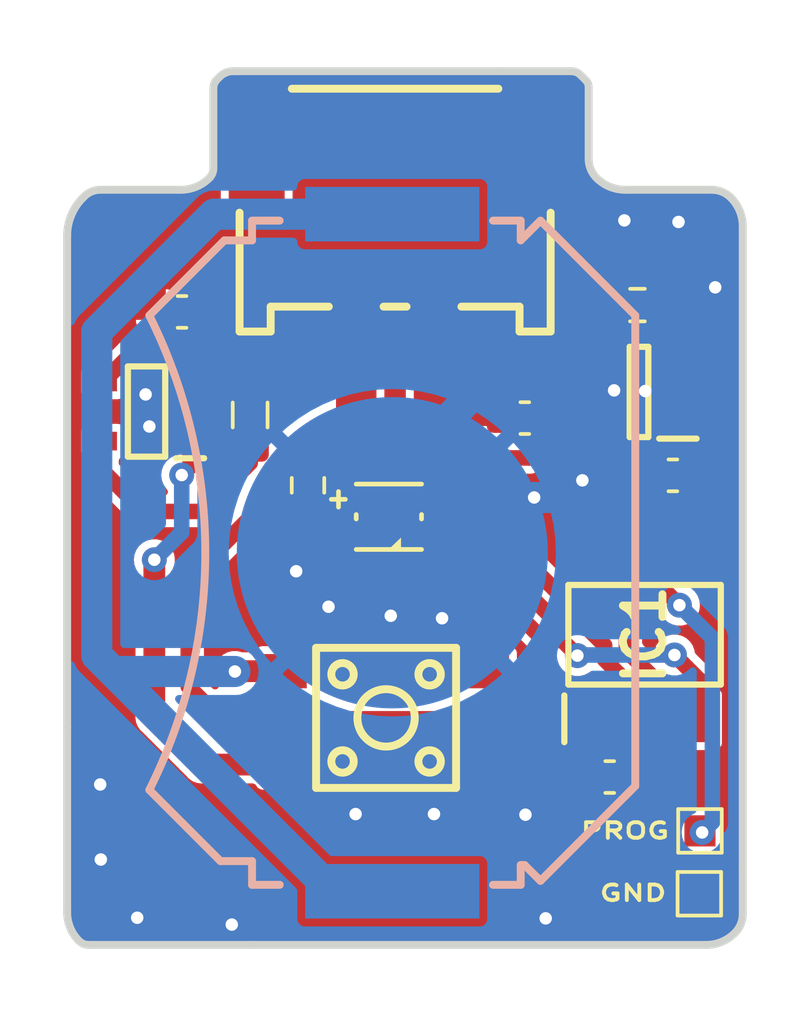
<source format=kicad_pcb>
(kicad_pcb (version 20221018) (generator pcbnew)
  (layers (0 "F.Cu" signal) (31 "B.Cu" signal) (34 "B.Paste" user) (35 "F.Paste" user) (36 "B.SilkS" user "B.Silkscreen") (37 "F.SilkS" user "F.Silkscreen") (38 "B.Mask" user) (39 "F.Mask" user) (44 "Edge.Cuts" user))
  (net 0 "")
  (net 1 "+5V")
  (net 2 "GND")
  (net 3 "REF")
  (net 5 "REF_OUT")
  (net 6 "R")
  (net 7 "B")
  (net 8 "G")
  (net 9 "Net-(IC1-PA0{slash}~{RESET}{slash}UPDI)")
  (net 10 "Net-(IC3-CE)")
  (net 11 "Net-(IC3-LX)")
  (net 12 "Net-(U1-1)")
  (net 13 "Net-(D1-Pad3)")
  (footprint "Resistor_SMD:R_0603_1608Metric" (layer "F.Cu") (at 163.56 84.51)
    (fp_text reference "R1" hide)
    (fp_text value "10")
    (fp_line (start -0.237258 -0.5225) (end 0.237258 -0.5225) (stroke (width 0.12)) (layer "F.SilkS"))
    (fp_line (start -0.237258 0.5225) (end 0.237258 0.5225) (stroke (width 0.12)) (layer "F.SilkS"))
    (pad "1" smd roundrect (at -0.825 0) (size 0.8 0.95) (layers "F.Cu" "F.Paste" "F.Mask") (net 2 "GND"))
    (pad "2" smd roundrect (at 0.825 0) (size 0.8 0.95) (layers "F.Cu" "F.Paste" "F.Mask") (net 3 "REF"))
  )
  (footprint "Library:SW-SMD_4P-L4.5-W4.5-P3.00-LS6.8" (layer "F.Cu") (at 155.48 97.77)
    (fp_text reference "SW1" hide)
    (fp_text value "SW_Push" hide)
    (fp_line (start -2.250008 -2.250135) (end 2.250008 -2.250135) (stroke (width 0.254)) (layer "F.SilkS"))
    (fp_line (start -2.250008 2.249881) (end -2.250008 -2.250135) (stroke (width 0.254)) (layer "F.SilkS"))
    (fp_line (start 2.250008 -2.250135) (end 2.250008 2.249881) (stroke (width 0.254)) (layer "F.SilkS"))
    (fp_line (start 2.250008 2.249881) (end -2.250008 2.249881) (stroke (width 0.254)) (layer "F.SilkS"))
    (fp_circle (center -1.400048 -1.400048) (end -1.400048 -1.039368) (stroke (width 0.254)) (fill none) (layer "F.SilkS"))
    (fp_circle (center -1.400048 1.400048) (end -1.400048 1.760728) (stroke (width 0.254)) (fill none) (layer "F.SilkS"))
    (fp_circle (center 0 0) (end 0 0.92202) (stroke (width 0.254)) (fill none) (layer "F.SilkS"))
    (fp_circle (center 1.400048 -1.400048) (end 1.400048 -1.039368) (stroke (width 0.254)) (fill none) (layer "F.SilkS"))
    (fp_circle (center 1.400048 1.400048) (end 1.400048 1.760728) (stroke (width 0.254)) (fill none) (layer "F.SilkS"))
    (pad "1" smd rect (at -3.24993 -1.49987) (size 1.399997 1.099998) (layers "F.Cu" "F.Paste" "F.Mask") (net 12 "Net-(U1-1)"))
    (pad "1" smd rect (at 3.24993 -1.49987) (size 1.399997 1.099998) (layers "F.Cu" "F.Paste" "F.Mask") (net 12 "Net-(U1-1)"))
    (pad "2" smd rect (at -3.24993 1.500124) (size 1.399997 1.099998) (layers "F.Cu" "F.Paste" "F.Mask") (net 10 "Net-(IC3-CE)"))
    (pad "2" smd rect (at 3.24993 1.500124) (size 1.399997 1.099998) (layers "F.Cu" "F.Paste" "F.Mask") (net 10 "Net-(IC3-CE)"))
  )
  (footprint "TestPoint:TestPoint_Pad_1.0x1.0mm" (layer "F.Cu") (at 165.55 103.42 90)
    (fp_text reference "U4" hide)
    (fp_text value "~")
    (fp_line (start -0.7 -0.7) (end 0.7 -0.7) (stroke (width 0.12)) (layer "F.SilkS"))
    (fp_line (start -0.7 0.7) (end -0.7 -0.7) (stroke (width 0.12)) (layer "F.SilkS"))
    (fp_line (start 0.7 -0.7) (end 0.7 0.7) (stroke (width 0.12)) (layer "F.SilkS"))
    (fp_line (start 0.7 0.7) (end -0.7 0.7) (stroke (width 0.12)) (layer "F.SilkS"))
    (pad "1" smd rect (at 0 0 90) (size 1 1) (layers "F.Cu" "F.Mask") (net 2 "GND"))
  )
  (footprint "Inductor_SMD:L_0805_2012Metric" (layer "F.Cu") (at 151.11 88.04 90)
    (fp_text reference "L1" hide)
    (fp_text value "4.7u")
    (fp_line (start -0.399622 -0.56) (end 0.399622 -0.56) (stroke (width 0.12)) (layer "F.SilkS"))
    (fp_line (start -0.399622 0.56) (end 0.399622 0.56) (stroke (width 0.12)) (layer "F.SilkS"))
    (pad "1" smd roundrect (at -1.0625 0 90) (size 0.875 1.2) (layers "F.Cu" "F.Paste" "F.Mask") (net 11 "Net-(IC3-LX)"))
    (pad "2" smd roundrect (at 1.0625 0 90) (size 0.875 1.2) (layers "F.Cu" "F.Paste" "F.Mask") (net 10 "Net-(IC3-CE)"))
  )
  (footprint "Resistor_SMD:R_0603_1608Metric" (layer "F.Cu") (at 152.97 90.3 90)
    (fp_text reference "R2" hide)
    (fp_text value "1k")
    (fp_line (start -0.237258 -0.5225) (end 0.237258 -0.5225) (stroke (width 0.12)) (layer "F.SilkS"))
    (fp_line (start -0.237258 0.5225) (end 0.237258 0.5225) (stroke (width 0.12)) (layer "F.SilkS"))
    (pad "1" smd roundrect (at -0.825 0 90) (size 0.8 0.95) (layers "F.Cu" "F.Paste" "F.Mask") (net 13 "Net-(D1-Pad3)"))
    (pad "2" smd roundrect (at 0.825 0 90) (size 0.8 0.95) (layers "F.Cu" "F.Paste" "F.Mask") (net 1 "+5V"))
  )
  (footprint "SamacSys_Parts:SOT95P280X145-5N" (layer "F.Cu") (at 163.61 87.3 180)
    (fp_text reference "IC2" hide)
    (fp_text value "INA180A4IDBVR" hide)
    (fp_line (start -1.85 -1.5) (end -0.65 -1.5) (stroke (width 0.2)) (layer "F.SilkS"))
    (fp_line (start -0.3 -1.45) (end 0.3 -1.45) (stroke (width 0.2)) (layer "F.SilkS"))
    (fp_line (start -0.3 1.45) (end -0.3 -1.45) (stroke (width 0.2)) (layer "F.SilkS"))
    (fp_line (start 0.3 -1.45) (end 0.3 1.45) (stroke (width 0.2)) (layer "F.SilkS"))
    (fp_line (start 0.3 1.45) (end -0.3 1.45) (stroke (width 0.2)) (layer "F.SilkS"))
    (pad "1" smd rect (at -1.25 -0.95 270) (size 0.6 1.2) (layers "F.Cu" "F.Paste" "F.Mask") (net 5 "REF_OUT"))
    (pad "2" smd rect (at -1.25 0 270) (size 0.6 1.2) (layers "F.Cu" "F.Paste" "F.Mask") (net 2 "GND"))
    (pad "3" smd rect (at -1.25 0.95 270) (size 0.6 1.2) (layers "F.Cu" "F.Paste" "F.Mask") (net 3 "REF"))
    (pad "4" smd rect (at 1.25 0.95 270) (size 0.6 1.2) (layers "F.Cu" "F.Paste" "F.Mask") (net 2 "GND"))
    (pad "5" smd rect (at 1.25 -0.95 270) (size 0.6 1.2) (layers "F.Cu" "F.Paste" "F.Mask") (net 1 "+5V"))
  )
  (footprint "Capacitor_SMD:C_0603_1608Metric" (layer "F.Cu") (at 159.94 88.14 180)
    (fp_text reference "C1" hide)
    (fp_text value "100n")
    (fp_line (start -0.14058 -0.51) (end 0.14058 -0.51) (stroke (width 0.12)) (layer "F.SilkS"))
    (fp_line (start -0.14058 0.51) (end 0.14058 0.51) (stroke (width 0.12)) (layer "F.SilkS"))
    (pad "1" smd roundrect (at -0.775 0 180) (size 0.9 0.95) (layers "F.Cu" "F.Paste" "F.Mask") (net 1 "+5V"))
    (pad "2" smd roundrect (at 0.775 0 180) (size 0.9 0.95) (layers "F.Cu" "F.Paste" "F.Mask") (net 2 "GND"))
  )
  (footprint "Library:LED-ARRAY-SMD_4P-L2.1-W2.1-TL_NH-B2020RGBA" (layer "F.Cu") (at 155.57 91.31 180)
    (fp_text reference "D1" hide)
    (fp_text value "NH-B2020RGBA-HF" hide)
    (fp_line (start -1.049985 -1.049985) (end 1.050011 -1.049985) (stroke (width 0.150012)) (layer "F.SilkS"))
    (fp_line (start -1.049985 -0.070891) (end -1.050011 0.070891) (stroke (width 0.150012)) (layer "F.SilkS"))
    (fp_line (start -1.049985 1.049985) (end 1.050011 1.049985) (stroke (width 0.150012)) (layer "F.SilkS"))
    (fp_line (start 1.049985 -0.070891) (end 1.050011 0.070891) (stroke (width 0.150012)) (layer "F.SilkS"))
    (fp_line (start 1.399972 0.559968) (end 1.849933 0.559968) (stroke (width 0.150012)) (layer "F.SilkS"))
    (fp_line (start 1.619987 0.310007) (end 1.619987 0.810006) (stroke (width 0.150012)) (layer "F.SilkS"))
    (fp_poly (pts (xy -0.389992 -0.667512) (xy -0.389966 -0.99248) (xy -0.049962 -0.99248)) (fill solid) (layer "F.SilkS"))
    (pad "1" smd rect (at -0.849884 -0.54991 180) (size 0.799998 0.699999) (layers "F.Cu" "F.Paste" "F.Mask") (net 6 "R"))
    (pad "2" smd rect (at 0.850138 -0.54991 180) (size 0.799998 0.699999) (layers "F.Cu" "F.Paste" "F.Mask") (net 7 "B"))
    (pad "3" smd rect (at 0.850138 0.54991 180) (size 0.799998 0.699999) (layers "F.Cu" "F.Paste" "F.Mask") (net 13 "Net-(D1-Pad3)"))
    (pad "4" smd rect (at -0.849884 0.54991 180) (size 0.799998 0.699999) (layers "F.Cu" "F.Paste" "F.Mask") (net 8 "G"))
  )
  (footprint "Capacitor_SMD:C_0603_1608Metric" (layer "F.Cu") (at 148.92 84.73)
    (fp_text reference "C2" hide)
    (fp_text value "100n")
    (fp_line (start -0.14058 -0.51) (end 0.14058 -0.51) (stroke (width 0.12)) (layer "F.SilkS"))
    (fp_line (start -0.14058 0.51) (end 0.14058 0.51) (stroke (width 0.12)) (layer "F.SilkS"))
    (pad "1" smd roundrect (at -0.775 0) (size 0.9 0.95) (layers "F.Cu" "F.Paste" "F.Mask") (net 2 "GND"))
    (pad "2" smd roundrect (at 0.775 0) (size 0.9 0.95) (layers "F.Cu" "F.Paste" "F.Mask") (net 1 "+5V"))
  )
  (footprint "SamacSys_Parts:SOIC127P600X175-8N" (layer "F.Cu") (at 163.79 95.1 90)
    (fp_text reference "IC1" (at 0 0 90) (layer "F.SilkS") (effects (font (size 1.27 1.27) (thickness 0.254))))
    (fp_text value "ATTINY202-SSFR" hide)
    (fp_line (start -3.45 -2.58) (end -1.95 -2.58) (stroke (width 0.2)) (layer "F.SilkS"))
    (fp_line (start -1.6 -2.45) (end 1.6 -2.45) (stroke (width 0.2)) (layer "F.SilkS"))
    (fp_line (start -1.6 2.45) (end -1.6 -2.45) (stroke (width 0.2)) (layer "F.SilkS"))
    (fp_line (start 1.6 -2.45) (end 1.6 2.45) (stroke (width 0.2)) (layer "F.SilkS"))
    (fp_line (start 1.6 2.45) (end -1.6 2.45) (stroke (width 0.2)) (layer "F.SilkS"))
    (pad "1" smd rect (at -2.7 -1.905 180) (size 0.65 1.5) (layers "F.Cu" "F.Paste" "F.Mask") (net 1 "+5V"))
    (pad "2" smd rect (at -2.7 -0.635 180) (size 0.65 1.5) (layers "F.Cu" "F.Paste" "F.Mask") (net 6 "R"))
    (pad "3" smd rect (at -2.7 0.635 180) (size 0.65 1.5) (layers "F.Cu" "F.Paste" "F.Mask") (net 8 "G"))
    (pad "4" smd rect (at -2.7 1.905 180) (size 0.65 1.5) (layers "F.Cu" "F.Paste" "F.Mask") (net 7 "B"))
    (pad "5" smd rect (at 2.7 1.905 180) (size 0.65 1.5) (layers "F.Cu" "F.Paste" "F.Mask") (net 5 "REF_OUT"))
    (pad "6" smd rect (at 2.7 0.635 180) (size 0.65 1.5) (layers "F.Cu" "F.Paste" "F.Mask") (net 9 "Net-(IC1-PA0{slash}~{RESET}{slash}UPDI)"))
    (pad "7" smd rect (at 2.7 -0.635 180) (size 0.65 1.5) (layers "F.Cu" "F.Paste" "F.Mask"))
    (pad "8" smd rect (at 2.7 -1.905 180) (size 0.65 1.5) (layers "F.Cu" "F.Paste" "F.Mask") (net 2 "GND"))
  )
  (footprint "Library:CONN-SMD_2P-P2.50-A2501-WF-02A" (layer "F.Cu") (at 155.77 82.76)
    (fp_text reference "J1" hide)
    (fp_text value "HCZZ0021-2" hide)
    (fp_line (start -4.99999 2.599969) (end -4.99999 -1.21887) (stroke (width 0.254)) (layer "F.SilkS"))
    (fp_line (start -3.999992 1.799971) (end -3.999992 2.599969) (stroke (width 0.254)) (layer "F.SilkS"))
    (fp_line (start -3.999992 2.599969) (end -4.99999 2.599969) (stroke (width 0.254)) (layer "F.SilkS"))
    (fp_line (start -3.318866 -5.20004) (end 3.318866 -5.20004) (stroke (width 0.254)) (layer "F.SilkS"))
    (fp_line (start -2.131162 1.799971) (end -3.999992 1.799971) (stroke (width 0.254)) (layer "F.SilkS"))
    (fp_line (start 0.368833 1.799971) (end -0.368884 1.799971) (stroke (width 0.254)) (layer "F.SilkS"))
    (fp_line (start 3.999992 1.799971) (end 2.131111 1.799971) (stroke (width 0.254)) (layer "F.SilkS"))
    (fp_line (start 3.999992 2.599969) (end 3.999992 1.799971) (stroke (width 0.254)) (layer "F.SilkS"))
    (fp_line (start 5.000015 -1.21887) (end 5.000015 2.599969) (stroke (width 0.254)) (layer "F.SilkS"))
    (fp_line (start 5.000015 2.599969) (end 3.999992 2.599969) (stroke (width 0.254)) (layer "F.SilkS"))
    (pad "1" smd rect (at -1.249934 3.400044) (size 1.299997 4.499991) (layers "F.Cu" "F.Paste" "F.Mask") (net 1 "+5V"))
    (pad "2" smd rect (at 1.249934 3.400044) (size 1.299997 4.499991) (layers "F.Cu" "F.Paste" "F.Mask") (net 3 "REF"))
    (pad "3" smd rect (at -4.45008 -3.400044) (size 1.799996 3.899992) (layers "F.Cu" "F.Paste" "F.Mask") (net 2 "GND"))
    (pad "4" smd rect (at 4.45008 -3.400044) (size 1.799996 3.899992) (layers "F.Cu" "F.Paste" "F.Mask") (net 2 "GND"))
  )
  (footprint "SamacSys_Parts:SOT95P280X130-5N" (layer "F.Cu") (at 147.78 87.93 180)
    (fp_text reference "IC3" hide)
    (fp_text value "XC9140A501MR-G" hide)
    (fp_line (start -1.85 -1.5) (end -0.95 -1.5) (stroke (width 0.2)) (layer "F.SilkS"))
    (fp_line (start -0.6 -1.45) (end 0.6 -1.45) (stroke (width 0.2)) (layer "F.SilkS"))
    (fp_line (start -0.6 1.45) (end -0.6 -1.45) (stroke (width 0.2)) (layer "F.SilkS"))
    (fp_line (start 0.6 -1.45) (end 0.6 1.45) (stroke (width 0.2)) (layer "F.SilkS"))
    (fp_line (start 0.6 1.45) (end -0.6 1.45) (stroke (width 0.2)) (layer "F.SilkS"))
    (pad "1" smd rect (at -1.4 -0.95 270) (size 0.6 0.9) (layers "F.Cu" "F.Paste" "F.Mask") (net 10 "Net-(IC3-CE)"))
    (pad "2" smd rect (at -1.4 0 270) (size 0.6 0.9) (layers "F.Cu" "F.Paste" "F.Mask") (net 2 "GND"))
    (pad "3" smd rect (at -1.4 0.95 270) (size 0.6 0.9) (layers "F.Cu" "F.Paste" "F.Mask") (net 10 "Net-(IC3-CE)"))
    (pad "4" smd rect (at 1.4 0.95 270) (size 0.6 0.9) (layers "F.Cu" "F.Paste" "F.Mask") (net 1 "+5V"))
    (pad "5" smd rect (at 1.4 -0.95 270) (size 0.6 0.9) (layers "F.Cu" "F.Paste" "F.Mask") (net 11 "Net-(IC3-LX)"))
  )
  (footprint "Capacitor_SMD:C_0603_1608Metric" (layer "F.Cu") (at 164.7 89.98 180)
    (fp_text reference "C3" hide)
    (fp_text value "4.7u")
    (fp_line (start -0.14058 -0.51) (end 0.14058 -0.51) (stroke (width 0.12)) (layer "F.SilkS"))
    (fp_line (start -0.14058 0.51) (end 0.14058 0.51) (stroke (width 0.12)) (layer "F.SilkS"))
    (pad "1" smd roundrect (at -0.775 0 180) (size 0.9 0.95) (layers "F.Cu" "F.Paste" "F.Mask") (net 5 "REF_OUT"))
    (pad "2" smd roundrect (at 0.775 0 180) (size 0.9 0.95) (layers "F.Cu" "F.Paste" "F.Mask") (net 2 "GND"))
  )
  (footprint "TestPoint:TestPoint_Pad_1.0x1.0mm" (layer "F.Cu") (at 165.57 101.4)
    (fp_text reference "U2" hide)
    (fp_text value "~")
    (fp_line (start -0.7 -0.7) (end 0.7 -0.7) (stroke (width 0.12)) (layer "F.SilkS"))
    (fp_line (start -0.7 0.7) (end -0.7 -0.7) (stroke (width 0.12)) (layer "F.SilkS"))
    (fp_line (start 0.7 -0.7) (end 0.7 0.7) (stroke (width 0.12)) (layer "F.SilkS"))
    (fp_line (start 0.7 0.7) (end -0.7 0.7) (stroke (width 0.12)) (layer "F.SilkS"))
    (pad "1" smd rect (at 0 0) (size 1 1) (layers "F.Cu" "F.Mask") (net 9 "Net-(IC1-PA0{slash}~{RESET}{slash}UPDI)"))
  )
  (footprint "Capacitor_SMD:C_0603_1608Metric" (layer "F.Cu") (at 162.67 99.67)
    (fp_text reference "C4" hide)
    (fp_text value "100n")
    (fp_line (start -0.14058 -0.51) (end 0.14058 -0.51) (stroke (width 0.12)) (layer "F.SilkS"))
    (fp_line (start -0.14058 0.51) (end 0.14058 0.51) (stroke (width 0.12)) (layer "F.SilkS"))
    (pad "1" smd roundrect (at -0.775 0) (size 0.9 0.95) (layers "F.Cu" "F.Paste" "F.Mask") (net 1 "+5V"))
    (pad "2" smd roundrect (at 0.775 0) (size 0.9 0.95) (layers "F.Cu" "F.Paste" "F.Mask") (net 2 "GND"))
  )
  (footprint "Library:BAT-SMD_MY-2032-08" (layer "B.Cu") (at 155.68 92.46499)
    (fp_text reference "U1" hide)
    (fp_text value "MY-2032-08" hide)
    (fp_line (start -5.5245 9.905975) (end -7.8105 7.619975) (stroke (width 0.254)) (layer "B.SilkS"))
    (fp_line (start -5.3975 -10.033025) (end -7.8105 -7.620025) (stroke (width 0.254)) (layer "B.SilkS"))
    (fp_line (start -4.5085 -10.668025) (end -4.5085 -10.033025) (stroke (width 0.254)) (layer "B.SilkS"))
    (fp_line (start -4.5085 -10.033025) (end -5.3975 -10.033025) (stroke (width 0.254)) (layer "B.SilkS"))
    (fp_line (start -4.5085 9.905975) (end -5.5245 9.905975) (stroke (width 0.254)) (layer "B.SilkS"))
    (fp_line (start -4.5085 10.667975) (end -4.5085 9.905975) (stroke (width 0.254)) (layer "B.SilkS"))
    (fp_line (start -3.621608 -10.668025) (end -4.5085 -10.668025) (stroke (width 0.254)) (layer "B.SilkS"))
    (fp_line (start -3.6195 10.667975) (end -4.5085 10.667975) (stroke (width 0.254)) (layer "B.SilkS"))
    (fp_line (start 3.2385 -10.668025) (end 4.1275 -10.668025) (stroke (width 0.254)) (layer "B.SilkS"))
    (fp_line (start 3.2385 10.667975) (end 4.1275 10.667975) (stroke (width 0.254)) (layer "B.SilkS"))
    (fp_line (start 4.1275 -10.668025) (end 4.1275 -10.033025) (stroke (width 0.254)) (layer "B.SilkS"))
    (fp_line (start 4.1275 -10.033025) (end 4.7625 -10.668025) (stroke (width 0.254)) (layer "B.SilkS"))
    (fp_line (start 4.1275 10.032975) (end 4.2545 10.032975) (stroke (width 0.254)) (layer "B.SilkS"))
    (fp_line (start 4.1275 10.667975) (end 4.1275 10.032975) (stroke (width 0.254)) (layer "B.SilkS"))
    (fp_line (start 4.2545 10.032975) (end 4.7625 10.540975) (stroke (width 0.254)) (layer "B.SilkS"))
    (fp_line (start 4.7625 -10.668025) (end 7.8105 -7.620025) (stroke (width 0.254)) (layer "B.SilkS"))
    (fp_line (start 4.7625 10.540975) (end 7.6835 7.619975) (stroke (width 0.254)) (layer "B.SilkS"))
    (fp_line (start 7.576591 7.726883) (end 7.8105 7.492975) (stroke (width 0.254)) (layer "B.SilkS"))
    (fp_line (start 7.8105 -7.620025) (end 7.8105 7.492975) (stroke (width 0.254)) (layer "B.SilkS"))
    (fp_arc (start -7.8105 -7.620025) (mid -6.011661 -0.000025) (end -7.8105 7.619975) (stroke (width 0.254)) (layer "B.SilkS"))
    (pad "1" smd rect (at 0 -10.87501 270) (size 1.750009 5.599989) (layers "B.Cu" "B.Paste" "B.Mask") (net 12 "Net-(U1-1)"))
    (pad "1" smd rect (at 0 10.87501 270) (size 1.750009 5.599989) (layers "B.Cu" "B.Paste" "B.Mask") (net 12 "Net-(U1-1)"))
    (pad "2" smd circle (at 0 0 270) (size 10.000005 10.000005) (layers "B.Cu" "B.Paste" "B.Mask") (net 2 "GND"))
  )
  (gr_arc (start 165.950793 80.806) (mid 166.282658 80.872013) (end 166.564 81.06) (stroke (width 0.254)) (layer "Edge.Cuts"))
  (gr_arc (start 161.902186 77.287186) (mid 161.968658 77.38666) (end 161.992 77.504) (stroke (width 0.254)) (layer "Edge.Cuts"))
  (gr_line (start 148.88019 80.806) (end 148.784 80.806) (stroke (width 0.254)) (layer "Edge.Cuts"))
  (gr_line (start 148.784 80.806) (end 146.498 80.806) (stroke (width 0.254)) (layer "Edge.Cuts"))
  (gr_line (start 149.927 79.155) (end 149.927 79.79) (stroke (width 0.254)) (layer "Edge.Cuts"))
  (gr_line (start 161.902186 77.287186) (end 161.738 77.123) (stroke (width 0.254)) (layer "Edge.Cuts"))
  (gr_line (start 161.431397 76.996) (end 159.198 76.996) (stroke (width 0.254)) (layer "Edge.Cuts"))
  (gr_line (start 145.228 82.286414) (end 145.228 98.078) (stroke (width 0.254)) (layer "Edge.Cuts"))
  (gr_line (start 161.992 79.811793) (end 161.992 77.504) (stroke (width 0.254)) (layer "Edge.Cuts"))
  (gr_line (start 166.945 104.068793) (end 166.945 102.523) (stroke (width 0.254)) (layer "Edge.Cuts"))
  (gr_arc (start 162.246 80.425) (mid 162.058013 80.143658) (end 161.992 79.811793) (stroke (width 0.254)) (layer "Edge.Cuts"))
  (gr_line (start 145.915603 105.063) (end 151.07 105.063) (stroke (width 0.254)) (layer "Edge.Cuts"))
  (gr_arc (start 161.431397 76.996) (mid 161.597329 77.029006) (end 161.738 77.123) (stroke (width 0.254)) (layer "Edge.Cuts"))
  (gr_line (start 146.498 80.806) (end 146.296603 80.806) (stroke (width 0.254)) (layer "Edge.Cuts"))
  (gr_arc (start 166.945 104.068793) (mid 166.878987 104.400658) (end 166.691 104.682) (stroke (width 0.254)) (layer "Edge.Cuts"))
  (gr_line (start 159.198 76.996) (end 150.689 76.996) (stroke (width 0.254)) (layer "Edge.Cuts"))
  (gr_line (start 149.927 79.79) (end 149.927 79.917) (stroke (width 0.254)) (layer "Edge.Cuts"))
  (gr_arc (start 145.773211 81.022789) (mid 146.013347 80.862341) (end 146.296604 80.806) (stroke (width 0.254)) (layer "Edge.Cuts"))
  (gr_arc (start 166.691 104.682) (mid 166.268988 104.963981) (end 165.77119 105.063) (stroke (width 0.254)) (layer "Edge.Cuts"))
  (gr_arc (start 145.228 82.286414) (mid 145.360026 81.622683) (end 145.736 81.06) (stroke (width 0.254)) (layer "Edge.Cuts"))
  (gr_line (start 163.262 80.806) (end 163.16581 80.806) (stroke (width 0.254)) (layer "Edge.Cuts"))
  (gr_line (start 145.773211 81.022789) (end 145.736 81.06) (stroke (width 0.254)) (layer "Edge.Cuts"))
  (gr_arc (start 166.564 81.06) (mid 166.845981 81.482012) (end 166.945 81.97981) (stroke (width 0.254)) (layer "Edge.Cuts"))
  (gr_arc (start 145.609 104.936) (mid 145.327019 104.513988) (end 145.228 104.01619) (stroke (width 0.254)) (layer "Edge.Cuts"))
  (gr_arc (start 150.128397 77.175603) (mid 150.327336 77.042677) (end 150.562001 76.996) (stroke (width 0.254)) (layer "Edge.Cuts"))
  (gr_arc (start 149.8 80.425) (mid 149.377988 80.706981) (end 148.88019 80.806) (stroke (width 0.254)) (layer "Edge.Cuts"))
  (gr_line (start 145.228 98.078) (end 145.228 104.01619) (stroke (width 0.254)) (layer "Edge.Cuts"))
  (gr_line (start 151.07 105.063) (end 165.77119 105.063) (stroke (width 0.254)) (layer "Edge.Cuts"))
  (gr_line (start 150.128397 77.175603) (end 150.054 77.25) (stroke (width 0.254)) (layer "Edge.Cuts"))
  (gr_line (start 149.927 79.917) (end 149.927 80.118397) (stroke (width 0.254)) (layer "Edge.Cuts"))
  (gr_arc (start 163.16581 80.806) (mid 162.668012 80.706981) (end 162.246 80.425) (stroke (width 0.254)) (layer "Edge.Cuts"))
  (gr_line (start 166.945 102.523) (end 166.945 81.97981) (stroke (width 0.254)) (layer "Edge.Cuts"))
  (gr_arc (start 149.927 77.556603) (mid 149.960006 77.390671) (end 150.054 77.25) (stroke (width 0.254)) (layer "Edge.Cuts"))
  (gr_line (start 150.689 76.996) (end 150.562 76.996) (stroke (width 0.254)) (layer "Edge.Cuts"))
  (gr_arc (start 149.927 80.118397) (mid 149.893994 80.284329) (end 149.8 80.425) (stroke (width 0.254)) (layer "Edge.Cuts"))
  (gr_arc (start 145.915603 105.063) (mid 145.749671 105.029994) (end 145.609 104.936) (stroke (width 0.254)) (layer "Edge.Cuts"))
  (gr_line (start 149.927 77.556603) (end 149.927 79.155) (stroke (width 0.254)) (layer "Edge.Cuts"))
  (gr_line (start 165.950793 80.806) (end 163.262 80.806) (stroke (width 0.254)) (layer "Edge.Cuts"))
  (gr_text "PROG" (at 161.66 101.69) (layer "F.SilkS") (effects (font (size 0.5 0.7) (thickness 0.125) bold) (justify left bottom)))
  (gr_text "GND" (at 162.27 103.69) (layer "F.SilkS") (effects (font (size 0.5 0.7) (thickness 0.125) bold) (justify left bottom)))
  (segment (start 146.38 86.98) (end 147.27 86.09) (width 0.5) (layer "F.Cu") (net 1))
  (segment (start 149.72 86.09) (end 154.450022 86.09) (width 0.5) (layer "F.Cu") (net 1))
  (segment (start 162.36 88.25) (end 161.26 88.25) (width 0.5) (layer "F.Cu") (net 1))
  (segment (start 153.385 89.475) (end 154.520066 88.339934) (width 0.5) (layer "F.Cu") (net 1))
  (segment (start 161.26 88.25) (end 160.09 89.42) (width 0.5) (layer "F.Cu") (net 1))
  (segment (start 154.520066 88.020066) (end 154.520066 86.160044) (width 0.5) (layer "F.Cu") (net 1))
  (segment (start 152.97 89.475) (end 149.12 93.325) (width 0.5) (layer "F.Cu") (net 1))
  (segment (start 150.16 97.8) (end 161.885 97.8) (width 0.5) (layer "F.Cu") (net 1))
  (segment (start 147.27 86.09) (end 149.72 86.09) (width 0.5) (layer "F.Cu") (net 1))
  (segment (start 160.09 89.42) (end 155.92 89.42) (width 0.5) (layer "F.Cu") (net 1))
  (segment (start 155.92 89.42) (end 154.520066 88.020066) (width 0.5) (layer "F.Cu") (net 1))
  (segment (start 149.12 96.76) (end 150.16 97.8) (width 0.5) (layer "F.Cu") (net 1))
  (segment (start 149.695 84.73) (end 149.695 86.065) (width 0.5) (layer "F.Cu") (net 1))
  (segment (start 154.450022 86.09) (end 154.520066 86.160044) (width 0.5) (layer "F.Cu") (net 1))
  (segment (start 154.520066 88.339934) (end 154.520066 86.160044) (width 0.5) (layer "F.Cu") (net 1))
  (segment (start 161.895 99.67) (end 161.895 97.81) (width 0.5) (layer "F.Cu") (net 1))
  (segment (start 152.97 89.475) (end 153.385 89.475) (width 0.5) (layer "F.Cu") (net 1))
  (segment (start 161.895 97.81) (end 161.885 97.8) (width 0.5) (layer "F.Cu") (net 1))
  (segment (start 149.12 93.325) (end 149.12 96.76) (width 0.5) (layer "F.Cu") (net 1))
  (segment (start 149.695 86.065) (end 149.72 86.09) (width 0.5) (layer "F.Cu") (net 1))
  (segment (start 162.76 87.3) (end 162.75 87.3) (width 0.5) (layer "F.Cu") (net 2))
  (segment (start 148.3 87.93) (end 147.75 87.38) (width 0.5) (layer "F.Cu") (net 2))
  (segment (start 163.81 87.27) (end 163.78 87.3) (width 0.5) (layer "F.Cu") (net 2))
  (segment (start 162.735 85.345) (end 162.735 84.51) (width 0.5) (layer "F.Cu") (net 2))
  (segment (start 163.78 87.3) (end 162.86 87.3) (width 0.5) (layer "F.Cu") (net 2))
  (segment (start 164.86 87.3) (end 163.84 87.3) (width 0.5) (layer "F.Cu") (net 2))
  (segment (start 162.36 86.35) (end 162.36 85.72) (width 0.5) (layer "F.Cu") (net 2))
  (segment (start 149.18 87.93) (end 148.3 87.93) (width 0.5) (layer "F.Cu") (net 2))
  (segment (start 163.84 87.3) (end 163.81 87.27) (width 0.5) (layer "F.Cu") (net 2))
  (segment (start 148.35 87.93) (end 147.87 88.41) (width 0.5) (layer "F.Cu") (net 2))
  (segment (start 162.81 87.25) (end 162.76 87.3) (width 0.5) (layer "F.Cu") (net 2))
  (segment (start 149.18 87.93) (end 148.35 87.93) (width 0.5) (layer "F.Cu") (net 2))
  (segment (start 162.86 87.3) (end 162.81 87.25) (width 0.5) (layer "F.Cu") (net 2))
  (segment (start 162.36 85.72) (end 162.735 85.345) (width 0.5) (layer "F.Cu") (net 2))
  (via (at 163.81 87.27) (size 0.8) (drill 0.4) (layers "F.Cu" "B.Cu") (net 2))
  (via (at 163.14 81.79) (size 0.8) (drill 0.4) (layers "F.Cu" "B.Cu") (net 2))
  (via (at 155.63 94.49) (size 0.8) (drill 0.4) (layers "F.Cu" "B.Cu") (net 2))
  (via (at 159.96 100.88) (size 0.8) (drill 0.4) (layers "F.Cu" "B.Cu") (net 2))
  (via (at 162.81 87.25) (size 0.8) (drill 0.4) (layers "F.Cu" "B.Cu") (net 2))
  (via (at 157.28 94.57) (size 0.8) (drill 0.4) (layers "F.Cu" "B.Cu") (net 2))
  (via (at 147.48 104.19) (size 0.8) (drill 0.4) (layers "F.Cu" "B.Cu") (net 2))
  (via (at 147.75 87.38) (size 0.8) (drill 0.4) (layers "F.Cu" "B.Cu") (net 2))
  (via (at 147.87 88.41) (size 0.8) (drill 0.4) (layers "F.Cu" "B.Cu") (net 2))
  (via (at 157.02 100.86) (size 0.8) (drill 0.4) (layers "F.Cu" "B.Cu") (net 2))
  (via (at 160.24 90.69) (size 0.8) (drill 0.4) (layers "F.Cu" "B.Cu") (net 2))
  (via (at 161.79 90.14) (size 0.8) (drill 0.4) (layers "F.Cu" "B.Cu") (net 2))
  (via (at 154.5 100.86) (size 0.8) (drill 0.4) (layers "F.Cu" "B.Cu") (net 2))
  (via (at 160.61 104.21) (size 0.8) (drill 0.4) (layers "F.Cu" "B.Cu") (net 2))
  (via (at 166.06 83.94) (size 0.8) (drill 0.4) (layers "F.Cu" "B.Cu") (net 2))
  (via (at 146.31 102.32) (size 0.8) (drill 0.4) (layers "F.Cu" "B.Cu") (net 2))
  (via (at 152.59 93.06) (size 0.8) (drill 0.4) (layers "F.Cu" "B.Cu") (net 2))
  (via (at 150.52 104.41) (size 0.8) (drill 0.4) (layers "F.Cu" "B.Cu") (net 2))
  (via (at 153.63 94.2) (size 0.8) (drill 0.4) (layers "F.Cu" "B.Cu") (net 2))
  (via (at 146.29 99.91) (size 0.8) (drill 0.4) (layers "F.Cu" "B.Cu") (net 2))
  (via (at 164.88 81.84) (size 0.8) (drill 0.4) (layers "F.Cu" "B.Cu") (net 2))
  (segment (start 163.81 81.84) (end 164.88 81.84) (width 1) (layer "B.Cu") (net 2))
  (segment (start 161.24 90.69) (end 161.79 90.14) (width 1) (layer "B.Cu") (net 2))
  (segment (start 160.24 90.69) (end 161.24 90.69) (width 1) (layer "B.Cu") (net 2))
  (segment (start 152.59 93.06) (end 163.81 81.84) (width 1) (layer "B.Cu") (net 2))
  (segment (start 163.71 83.17) (end 164.385 83.845) (width 0.5) (layer "F.Cu") (net 3))
  (segment (start 160.009978 83.17) (end 163.71 83.17) (width 0.5) (layer "F.Cu") (net 3))
  (segment (start 157.019934 86.160044) (end 160.009978 83.17) (width 0.5) (layer "F.Cu") (net 3))
  (segment (start 164.86 86.35) (end 164.86 85.77) (width 0.5) (layer "F.Cu") (net 3))
  (segment (start 164.385 83.845) (end 164.385 84.51) (width 0.5) (layer "F.Cu") (net 3))
  (segment (start 164.86 85.77) (end 164.385 85.295) (width 0.5) (layer "F.Cu") (net 3))
  (segment (start 164.385 85.295) (end 164.385 84.51) (width 0.5) (layer "F.Cu") (net 3))
  (segment (start 164.86 88.25) (end 165.695 89.085) (width 0.5) (layer "F.Cu") (net 5))
  (segment (start 165.695 89.085) (end 165.695 92.4) (width 0.5) (layer "F.Cu") (net 5))
  (segment (start 163.155 96.55) (end 162.50495 95.899949) (width 0.5) (layer "F.Cu") (net 6))
  (segment (start 161.612082 94.55) (end 160.809797 94.55) (width 0.5) (layer "F.Cu") (net 6))
  (segment (start 163.155 97.8) (end 163.155 96.55) (width 0.5) (layer "F.Cu") (net 6))
  (segment (start 162.50495 95.442868) (end 161.612082 94.55) (width 0.5) (layer "F.Cu") (net 6))
  (segment (start 162.50495 95.899949) (end 162.50495 95.442868) (width 0.5) (layer "F.Cu") (net 6))
  (segment (start 160.809797 94.55) (end 158.119707 91.85991) (width 0.5) (layer "F.Cu") (net 6))
  (segment (start 158.119707 91.85991) (end 156.419884 91.85991) (width 0.5) (layer "F.Cu") (net 6))
  (segment (start 155.939952 93.08) (end 154.719862 91.85991) (width 0.5) (layer "F.Cu") (net 7))
  (segment (start 161.130131 95.270131) (end 160.539978 95.270131) (width 0.5) (layer "F.Cu") (net 7))
  (segment (start 165.695 96.695) (end 164.75 95.75) (width 0.5) (layer "F.Cu") (net 7))
  (segment (start 165.695 97.8) (end 165.695 96.695) (width 0.5) (layer "F.Cu") (net 7))
  (segment (start 158.349847 93.08) (end 155.939952 93.08) (width 0.5) (layer "F.Cu") (net 7))
  (segment (start 160.539978 95.270131) (end 158.349847 93.08) (width 0.5) (layer "F.Cu") (net 7))
  (segment (start 161.63 95.77) (end 161.130131 95.270131) (width 0.5) (layer "F.Cu") (net 7))
  (via (at 164.75 95.75) (size 0.8) (drill 0.4) (layers "F.Cu" "B.Cu") (net 7))
  (via (at 161.63 95.77) (size 0.8) (drill 0.4) (layers "F.Cu" "B.Cu") (net 7))
  (segment (start 164.75 95.75) (end 161.65 95.75) (width 0.5) (layer "B.Cu") (net 7))
  (segment (start 161.65 95.75) (end 161.63 95.77) (width 0.5) (layer "B.Cu") (net 7))
  (segment (start 164.425 97.8) (end 164.425 96.83005) (width 0.5) (layer "F.Cu") (net 8))
  (segment (start 162.025 93.825) (end 161.074747 93.825) (width 0.5) (layer "F.Cu") (net 8))
  (segment (start 163.20495 95.61) (end 163.20495 95.00495) (width 0.5) (layer "F.Cu") (net 8))
  (segment (start 161.074747 93.825) (end 158.009837 90.76009) (width 0.5) (layer "F.Cu") (net 8))
  (segment (start 164.425 96.83005) (end 163.20495 95.61) (width 0.5) (layer "F.Cu") (net 8))
  (segment (start 158.009837 90.76009) (end 156.419884 90.76009) (width 0.5) (layer "F.Cu") (net 8))
  (segment (start 163.20495 95.00495) (end 162.025 93.825) (width 0.5) (layer "F.Cu") (net 8))
  (segment (start 164.425 92.4) (end 164.425 93.665) (width 0.5) (layer "F.Cu") (net 9))
  (segment (start 164.425 93.665) (end 164.91 94.15) (width 0.5) (layer "F.Cu") (net 9))
  (via (at 164.91 94.15) (size 0.8) (drill 0.4) (layers "F.Cu" "B.Cu") (net 9))
  (via (at 165.64 101.45) (size 0.8) (drill 0.4) (layers "F.Cu" "B.Cu") (net 9))
  (segment (start 165.97 95.21) (end 164.91 94.15) (width 0.5) (layer "B.Cu") (net 9))
  (segment (start 165.97 101.12) (end 165.97 95.21) (width 0.5) (layer "B.Cu") (net 9))
  (segment (start 165.64 101.45) (end 165.97 101.12) (width 0.5) (layer "B.Cu") (net 9))
  (segment (start 151.1075 86.98) (end 151.11 86.9775) (width 0.5) (layer "F.Cu") (net 10))
  (segment (start 149.550124 99.270124) (end 148.03 97.75) (width 0.7) (layer "F.Cu") (net 10))
  (segment (start 149.67 88.88) (end 150.23 88.32) (width 0.5) (layer "F.Cu") (net 10))
  (segment (start 152.23007 99.270124) (end 158.72993 99.270124) (width 0.7) (layer "F.Cu") (net 10))
  (segment (start 149.18 89.7) (end 148.91 89.97) (width 0.5) (layer "F.Cu") (net 10))
  (segment (start 149.18 86.98) (end 150.23 86.98) (width 0.5) (layer "F.Cu") (net 10))
  (segment (start 150.23 86.98) (end 151.1075 86.98) (width 0.5) (layer "F.Cu") (net 10))
  (segment (start 148.03 97.75) (end 148.03 92.69) (width 0.7) (layer "F.Cu") (net 10))
  (segment (start 149.18 88.88) (end 149.67 88.88) (width 0.5) (layer "F.Cu") (net 10))
  (segment (start 149.18 88.88) (end 149.18 89.7) (width 0.5) (layer "F.Cu") (net 10))
  (segment (start 152.23007 99.270124) (end 149.550124 99.270124) (width 0.7) (layer "F.Cu") (net 10))
  (segment (start 150.23 88.32) (end 150.23 86.98) (width 0.5) (layer "F.Cu") (net 10))
  (via (at 148.91 89.97) (size 0.8) (drill 0.4) (layers "F.Cu" "B.Cu") (net 10))
  (via (at 148.03 92.69) (size 0.8) (drill 0.4) (layers "F.Cu" "B.Cu") (net 10))
  (segment (start 148.91 91.81) (end 148.03 92.69) (width 0.5) (layer "B.Cu") (net 10))
  (segment (start 148.91 89.97) (end 148.91 91.81) (width 0.5) (layer "B.Cu") (net 10))
  (segment (start 151.11 89.58) (end 151.11 89.1025) (width 0.5) (layer "F.Cu") (net 11))
  (segment (start 146.38 89.84) (end 147.68 91.14) (width 0.5) (layer "F.Cu") (net 11))
  (segment (start 146.38 88.88) (end 146.38 89.84) (width 0.5) (layer "F.Cu") (net 11))
  (segment (start 149.55 91.14) (end 151.11 89.58) (width 0.5) (layer "F.Cu") (net 11))
  (segment (start 147.68 91.14) (end 149.55 91.14) (width 0.5) (layer "F.Cu") (net 11))
  (segment (start 152.23007 96.27013) (end 158.72993 96.27013) (width 0.7) (layer "F.Cu") (net 12))
  (segment (start 150.62987 96.27013) (end 150.62 96.28) (width 0.7) (layer "F.Cu") (net 12))
  (segment (start 152.23007 96.27013) (end 150.62987 96.27013) (width 0.7) (layer "F.Cu") (net 12))
  (via (at 150.62 96.28) (size 0.8) (drill 0.4) (layers "F.Cu" "B.Cu") (net 12))
  (segment (start 146.18 95.76499) (end 146.18 85.36) (width 1) (layer "B.Cu") (net 12))
  (segment (start 155.68 103.34) (end 153.75501 103.34) (width 1) (layer "B.Cu") (net 12))
  (segment (start 149.95002 81.58998) (end 155.68 81.58998) (width 1) (layer "B.Cu") (net 12))
  (segment (start 146.98 96.28) (end 150.62 96.28) (width 1) (layer "B.Cu") (net 12))
  (segment (start 153.75501 103.34) (end 146.837505 96.422495) (width 1) (layer "B.Cu") (net 12))
  (segment (start 146.837505 96.422495) (end 146.98 96.28) (width 1) (layer "B.Cu") (net 12))
  (segment (start 146.837505 96.422495) (end 146.18 95.76499) (width 1) (layer "B.Cu") (net 12))
  (segment (start 146.18 85.36) (end 149.95002 81.58998) (width 1) (layer "B.Cu") (net 12))
  (segment (start 153.33491 90.76009) (end 154.719862 90.76009) (width 0.5) (layer "F.Cu") (net 13))
  (segment (start 152.97 91.125) (end 153.33491 90.76009) (width 0.5) (layer "F.Cu") (net 13))
  (zone (net 0) (net_name "") (layer "F.Cu") (connect_pads (clearance 0)) (min_thickness 0.25)
    (keepout (tracks allowed) (vias allowed) (pads allowed) (copperpour not_allowed) (footprints allowed))
    (fill (thermal_gap 0.5) (thermal_bridge_width 0.5))
    (polygon (pts (xy 161.525 86.025) (xy 163.175 86.025) (xy 163.175 86.925) (xy 161.525 86.925)))
  )
  (zone (net 2) (net_name "GND") (layer "F.Cu") (priority 2) (connect_pads (clearance 0.254)) (min_thickness 0.254) (fill yes (thermal_gap 0.254) (thermal_bridge_width 0.508))
    (polygon (pts (xy 143.45 74.71) (xy 168.723 74.71) (xy 168.723 103.647941) (xy 167.453 106.714) (xy 166.53319 107.095) (xy 146.117 107.095) (xy 144.382586 106.376586) (xy 143.069 105.063) (xy 143.45 104.14319)))
  )
  (zone (net 2) (net_name "GND") (layer "B.Cu") (priority 1) (connect_pads (clearance 0.254)) (min_thickness 0.254) (fill yes (thermal_gap 0.254) (thermal_bridge_width 0.508))
    (polygon (pts (xy 143.577 75.218) (xy 168.85 75.218) (xy 168.85 104.155941) (xy 167.58 107.222) (xy 166.66019 107.603) (xy 146.244 107.603) (xy 144.509586 106.884586) (xy 143.196 105.571) (xy 143.577 104.65119)))
  )
)
</source>
